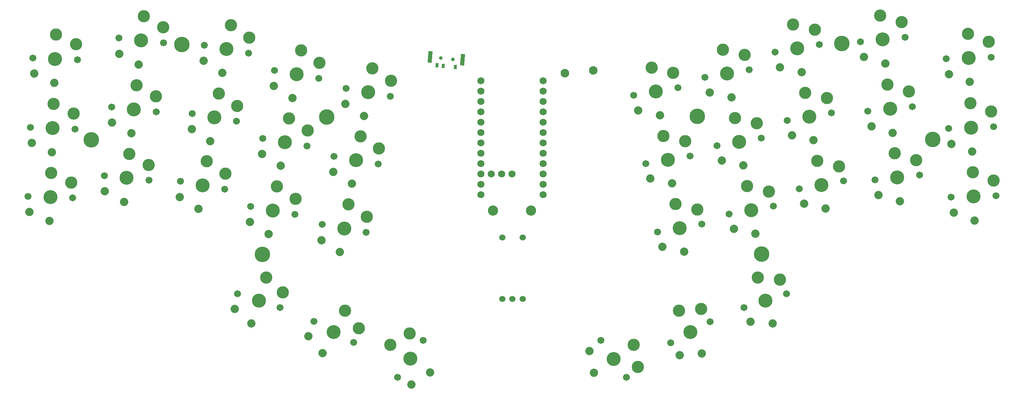
<source format=gbr>
%TF.GenerationSoftware,KiCad,Pcbnew,9.0.7*%
%TF.CreationDate,2026-02-25T20:28:23+01:00*%
%TF.ProjectId,AFF314KEEB,41464633-3134-44b4-9545-422e6b696361,rev?*%
%TF.SameCoordinates,Original*%
%TF.FileFunction,Soldermask,Top*%
%TF.FilePolarity,Negative*%
%FSLAX46Y46*%
G04 Gerber Fmt 4.6, Leading zero omitted, Abs format (unit mm)*
G04 Created by KiCad (PCBNEW 9.0.7) date 2026-02-25 20:28:23*
%MOMM*%
%LPD*%
G01*
G04 APERTURE LIST*
G04 Aperture macros list*
%AMRotRect*
0 Rectangle, with rotation*
0 The origin of the aperture is its center*
0 $1 length*
0 $2 width*
0 $3 Rotation angle, in degrees counterclockwise*
0 Add horizontal line*
21,1,$1,$2,0,0,$3*%
G04 Aperture macros list end*
%ADD10C,1.752600*%
%ADD11C,3.800000*%
%ADD12C,2.600000*%
%ADD13C,2.032000*%
%ADD14C,1.701800*%
%ADD15C,3.000000*%
%ADD16C,3.429000*%
%ADD17C,2.500000*%
%ADD18C,2.100000*%
%ADD19C,0.900000*%
%ADD20RotRect,0.700000X1.000000X355.000000*%
%ADD21RotRect,2.800000X1.000000X265.000000*%
%ADD22C,1.524000*%
G04 APERTURE END LIST*
D10*
%TO.C,U1*%
X142062065Y-63584463D03*
X142062065Y-66124463D03*
X142062065Y-68664463D03*
X142062065Y-71204463D03*
X142062065Y-73744463D03*
X142062065Y-76284463D03*
X142062065Y-78824463D03*
X142062065Y-81364463D03*
X142062065Y-83904463D03*
X142062065Y-86444463D03*
X142062065Y-88984463D03*
X142062065Y-91524463D03*
X157302065Y-91524463D03*
X157302065Y-88984463D03*
X157302065Y-86444463D03*
X157302065Y-83904463D03*
X157302065Y-81364463D03*
X157302065Y-78824463D03*
X157302065Y-76284463D03*
X157302065Y-73744463D03*
X157302065Y-71204463D03*
X157302065Y-68664463D03*
X157302065Y-66124463D03*
X157302065Y-63584463D03*
X144602065Y-86444463D03*
X147142065Y-86444463D03*
X149682065Y-86444463D03*
%TD*%
D11*
%TO.C,H5*%
X230501659Y-54503770D03*
D12*
X230501659Y-54503770D03*
%TD*%
D11*
%TO.C,H4*%
X88550000Y-106250000D03*
D12*
X88550000Y-106250000D03*
%TD*%
%TO.C,H8*%
X210849195Y-106165826D03*
D11*
X210849195Y-106165826D03*
%TD*%
D12*
%TO.C,H7*%
X195099157Y-72352239D03*
D11*
X195099157Y-72352239D03*
%TD*%
D12*
%TO.C,H6*%
X252752961Y-77995735D03*
D11*
X252752961Y-77995735D03*
%TD*%
D12*
%TO.C,H3*%
X104282673Y-72534893D03*
D11*
X104282673Y-72534893D03*
%TD*%
D13*
%TO.C,SWL4*%
X91398771Y-64908922D03*
X95958149Y-67845259D03*
D14*
X102399116Y-62989958D03*
D15*
X102557892Y-59210105D03*
D16*
X96982673Y-62034893D03*
D15*
X98015880Y-56175287D03*
D14*
X91566230Y-61079828D03*
%TD*%
D13*
%TO.C,SWL2*%
X53506933Y-56992377D03*
X58260033Y-59603515D03*
D14*
X64346621Y-54310743D03*
D15*
X64241342Y-50529021D03*
D16*
X58876751Y-53735836D03*
D15*
X59498695Y-47818431D03*
D14*
X53406881Y-53160929D03*
%TD*%
D12*
%TO.C,H2*%
X46629404Y-78141236D03*
D11*
X46629404Y-78141236D03*
%TD*%
D12*
%TO.C,H1*%
X68876751Y-54735836D03*
D11*
X68876751Y-54735836D03*
%TD*%
D14*
%TO.C,SWL26*%
X217122963Y-73370464D03*
D15*
X221506199Y-66555793D03*
D16*
X222539406Y-72415399D03*
D15*
X226812264Y-67854129D03*
D14*
X227955849Y-71460334D03*
D13*
X223563930Y-78225765D03*
X218275230Y-77025909D03*
%TD*%
D17*
%TO.C,BAT+1*%
X154331689Y-95419787D03*
%TD*%
D14*
%TO.C,SWL35*%
X188535229Y-127846806D03*
D15*
X190598085Y-120011174D03*
D16*
X193391441Y-125264712D03*
D15*
X196045661Y-119606301D03*
D14*
X198247653Y-122682618D03*
D13*
X196161323Y-130474103D03*
X190760695Y-130967271D03*
%TD*%
D14*
%TO.C,SWL31*%
X220074982Y-90112196D03*
D15*
X224458218Y-83297525D03*
D16*
X225491425Y-89157131D03*
D15*
X229764283Y-84595861D03*
D14*
X230907868Y-88202066D03*
D13*
X226515949Y-94967497D03*
X221227249Y-93767641D03*
%TD*%
D14*
%TO.C,SWL10*%
X106132373Y-82128996D03*
D15*
X112582023Y-77224455D03*
D16*
X111548816Y-83084061D03*
D15*
X117124035Y-80259273D03*
D14*
X116965259Y-84039126D03*
D13*
X110524292Y-88894427D03*
X105964914Y-85958090D03*
%TD*%
D14*
%TO.C,SWL36*%
X206503174Y-119242448D03*
D15*
X209895334Y-111884069D03*
D16*
X211733985Y-117542855D03*
D15*
X215330454Y-112431308D03*
D14*
X216964796Y-115843262D03*
D13*
X213557185Y-123154087D03*
X208152967Y-122701955D03*
%TD*%
D14*
%TO.C,SWL23*%
X256069727Y-58208395D03*
D15*
X261358725Y-52070073D03*
D16*
X261566377Y-58016448D03*
D15*
X266432458Y-54094235D03*
D14*
X267063027Y-57824501D03*
D13*
X261772284Y-63912854D03*
X256702041Y-61988631D03*
%TD*%
D14*
%TO.C,SWL1*%
X32315848Y-58069941D03*
D15*
X38020150Y-52315513D03*
D16*
X37812498Y-58261888D03*
D15*
X42940325Y-54688670D03*
D14*
X43309148Y-58453835D03*
D13*
X37606591Y-64158294D03*
X32682926Y-61885076D03*
%TD*%
D18*
%TO.C,RSW1*%
X162631694Y-61727642D03*
X169605057Y-61117552D03*
%TD*%
D14*
%TO.C,SWL3*%
X74378000Y-54901256D03*
D15*
X80827650Y-49996715D03*
D16*
X79794443Y-55856321D03*
D15*
X85369662Y-53031533D03*
D14*
X85210886Y-56811386D03*
D13*
X78769919Y-61666687D03*
X74210541Y-58730350D03*
%TD*%
D14*
%TO.C,SWL27*%
X236819226Y-71085002D03*
D15*
X241667152Y-64592690D03*
D16*
X242289096Y-70510095D03*
D15*
X246869724Y-66257996D03*
D14*
X247758966Y-69935188D03*
D13*
X242905814Y-76377774D03*
X237713695Y-74811924D03*
%TD*%
D14*
%TO.C,SWL21*%
X214170944Y-56628732D03*
D15*
X218554180Y-49814061D03*
D16*
X219587387Y-55673667D03*
D15*
X223860245Y-51112397D03*
D14*
X225003830Y-54718602D03*
D13*
X220611911Y-61484033D03*
X215323211Y-60284177D03*
%TD*%
D14*
%TO.C,SWL28*%
X256666510Y-75297977D03*
D15*
X261955508Y-69159655D03*
D16*
X262163160Y-75106030D03*
D15*
X267029241Y-71183817D03*
D14*
X267659810Y-74914083D03*
D13*
X262369067Y-81002436D03*
X257298824Y-79078213D03*
%TD*%
D14*
%TO.C,SWL7*%
X51629897Y-70067801D03*
D15*
X57721711Y-64725303D03*
D16*
X57099767Y-70642708D03*
D15*
X62464358Y-67435893D03*
D14*
X62569637Y-71217615D03*
D13*
X56483049Y-76510387D03*
X51729949Y-73899249D03*
%TD*%
D14*
%TO.C,SWL25*%
X199934733Y-79549035D03*
D15*
X204317969Y-72734364D03*
D16*
X205351176Y-78593970D03*
D15*
X209624034Y-74032700D03*
D14*
X210767619Y-77638905D03*
D13*
X206375700Y-84404336D03*
X201087000Y-83204480D03*
%TD*%
D14*
%TO.C,SWL20*%
X196982714Y-62807304D03*
D15*
X201365950Y-55992633D03*
D16*
X202399157Y-61852239D03*
D15*
X206672015Y-57290969D03*
D14*
X207815600Y-60897174D03*
D13*
X203423681Y-67662605D03*
X198134981Y-66462749D03*
%TD*%
D17*
%TO.C,BATGND1*%
X145041689Y-95419787D03*
%TD*%
D14*
%TO.C,SWL24*%
X182433936Y-83954953D03*
D15*
X186817172Y-77140282D03*
D16*
X187850379Y-82999888D03*
D15*
X192123237Y-78438618D03*
D14*
X193266822Y-82044823D03*
D13*
X188874903Y-88810254D03*
X183586203Y-87610398D03*
%TD*%
D19*
%TO.C,PSW1*%
X132225774Y-58068723D03*
X135210000Y-58380000D03*
D20*
X135800266Y-60238517D03*
X132811681Y-59977050D03*
X131317389Y-59846317D03*
D21*
X137559773Y-58485197D03*
X129640025Y-57792309D03*
%TD*%
D14*
%TO.C,SWL19*%
X179481917Y-67213221D03*
D15*
X183865153Y-60398550D03*
D16*
X184898360Y-66258156D03*
D15*
X189171218Y-61696886D03*
D14*
X190314803Y-65303091D03*
D13*
X185922884Y-72068522D03*
X180634184Y-70868666D03*
%TD*%
D14*
%TO.C,SWL18*%
X121658603Y-136320011D03*
D16*
X124813274Y-131814675D03*
D15*
X119939320Y-128401894D03*
X124609336Y-125568003D03*
D14*
X127967945Y-127309339D03*
D13*
X129646271Y-135198776D03*
X125058170Y-138090026D03*
%TD*%
D14*
%TO.C,SWL14*%
X85679557Y-94464811D03*
D15*
X92129207Y-89560270D03*
D16*
X91096000Y-95419876D03*
D15*
X96671219Y-92595088D03*
D14*
X96512443Y-96374941D03*
D13*
X90071476Y-101230242D03*
X85512098Y-98293905D03*
%TD*%
D14*
%TO.C,SWL5*%
X109067027Y-65485745D03*
D15*
X115516677Y-60581204D03*
D16*
X114483470Y-66440810D03*
D15*
X120058689Y-63616022D03*
D14*
X119899913Y-67395875D03*
D13*
X113458946Y-72251176D03*
X108899568Y-69314839D03*
%TD*%
D14*
%TO.C,SWL22*%
X235031789Y-54078677D03*
D15*
X239879715Y-47586365D03*
D16*
X240501659Y-53503770D03*
D15*
X245082287Y-49251671D03*
D14*
X245971529Y-52928863D03*
D13*
X241118377Y-59371449D03*
X235926258Y-57805599D03*
%TD*%
D14*
%TO.C,SWL30*%
X202886752Y-96290767D03*
D15*
X207269988Y-89476096D03*
D16*
X208303195Y-95335702D03*
D15*
X212576053Y-90774432D03*
D14*
X213719638Y-94380637D03*
D13*
X209327719Y-101146068D03*
X204039019Y-99946212D03*
%TD*%
D14*
%TO.C,SWL29*%
X185385955Y-100696685D03*
D15*
X189769191Y-93882014D03*
D16*
X190802398Y-99741620D03*
D15*
X195075256Y-95180350D03*
D14*
X196218841Y-98786555D03*
D13*
X191826922Y-105551986D03*
X186538222Y-104352130D03*
%TD*%
D14*
%TO.C,SWL13*%
X68491327Y-88286239D03*
D15*
X74940977Y-83381698D03*
D16*
X73907770Y-89241304D03*
D15*
X79482989Y-86416516D03*
D14*
X79324213Y-90196369D03*
D13*
X72883246Y-95051670D03*
X68323868Y-92115333D03*
%TD*%
D14*
%TO.C,SWL12*%
X49863365Y-86875222D03*
D15*
X55955179Y-81532724D03*
D16*
X55333235Y-87450129D03*
D15*
X60697826Y-84243314D03*
D14*
X60803105Y-88025036D03*
D13*
X54716517Y-93317808D03*
X49963417Y-90706670D03*
%TD*%
D22*
%TO.C,SW1*%
X147300000Y-117150000D03*
X152300000Y-117150000D03*
X149800000Y-117150000D03*
X152300000Y-102050000D03*
X147300000Y-102050000D03*
%TD*%
D14*
%TO.C,SWL9*%
X88631576Y-77723079D03*
D15*
X95081226Y-72818538D03*
D16*
X94048019Y-78678144D03*
D15*
X99623238Y-75853356D03*
D14*
X99464462Y-79633209D03*
D13*
X93023495Y-84488510D03*
X88464117Y-81552173D03*
%TD*%
D14*
%TO.C,SWL8*%
X71425981Y-71642988D03*
D15*
X77875631Y-66738447D03*
D16*
X76842424Y-72598053D03*
D15*
X82417643Y-69773265D03*
D14*
X82258867Y-73553118D03*
D13*
X75817900Y-78408419D03*
X71258522Y-75472082D03*
%TD*%
D14*
%TO.C,SWL11*%
X31132754Y-91949289D03*
D15*
X36837056Y-86194861D03*
D16*
X36629404Y-92141236D03*
D15*
X41757231Y-88568018D03*
D14*
X42126054Y-92333183D03*
D13*
X36423497Y-98037642D03*
X31499832Y-95764424D03*
%TD*%
D14*
%TO.C,SWL34*%
X171455435Y-127322086D03*
D15*
X179484060Y-128414641D03*
D16*
X174610106Y-131827422D03*
D15*
X180549808Y-133772271D03*
D14*
X177764777Y-136332758D03*
D13*
X169777109Y-135211523D03*
X168629446Y-129911252D03*
%TD*%
D14*
%TO.C,SWL6*%
X31722556Y-75059584D03*
D15*
X37426858Y-69305156D03*
D16*
X37219206Y-75251531D03*
D15*
X42347033Y-71678313D03*
D14*
X42715856Y-75443478D03*
D13*
X37013299Y-81147937D03*
X32089634Y-78874719D03*
%TD*%
D14*
%TO.C,SWL16*%
X82458290Y-115831615D03*
D15*
X89527752Y-111872422D03*
D16*
X87689101Y-117531208D03*
D15*
X93603197Y-115509831D03*
D14*
X92919912Y-119230801D03*
D13*
X85865901Y-123142440D03*
X81759554Y-119600138D03*
%TD*%
D14*
%TO.C,SWL33*%
X257256311Y-92187682D03*
D15*
X262545309Y-86049360D03*
D16*
X262752961Y-91995735D03*
D15*
X267619042Y-88073522D03*
D14*
X268249611Y-91803788D03*
D13*
X262958868Y-97892141D03*
X257888625Y-95967918D03*
%TD*%
D14*
%TO.C,SWL15*%
X103180354Y-98870728D03*
D15*
X109630004Y-93966187D03*
D16*
X108596797Y-99825793D03*
D15*
X114172016Y-97001005D03*
D14*
X114013240Y-100780858D03*
D13*
X107572273Y-105636159D03*
X103012895Y-102699822D03*
%TD*%
D14*
%TO.C,SWL17*%
X101175728Y-122669872D03*
D15*
X108825296Y-119998428D03*
D16*
X106031940Y-125251966D03*
D15*
X112207196Y-124288270D03*
D14*
X110888152Y-127834060D03*
D13*
X103262058Y-130461357D03*
X99833210Y-126259809D03*
%TD*%
D14*
%TO.C,SWL32*%
X238585757Y-87892422D03*
D15*
X243433683Y-81400110D03*
D16*
X244055627Y-87317515D03*
D15*
X248636255Y-83065416D03*
D14*
X249525497Y-86742608D03*
D13*
X244672345Y-93185194D03*
X239480226Y-91619344D03*
%TD*%
M02*

</source>
